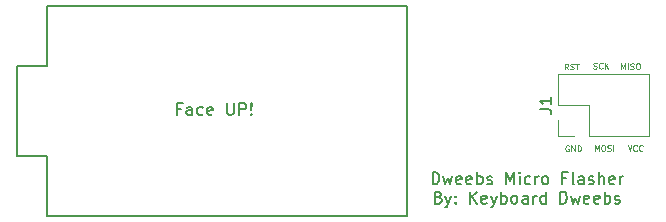
<source format=gbr>
G04 #@! TF.GenerationSoftware,KiCad,Pcbnew,(5.1.4)-1*
G04 #@! TF.CreationDate,2022-03-14T15:20:43-07:00*
G04 #@! TF.ProjectId,Micro-Flasher-ASP,4d696372-6f2d-4466-9c61-736865722d41,rev?*
G04 #@! TF.SameCoordinates,Original*
G04 #@! TF.FileFunction,Legend,Top*
G04 #@! TF.FilePolarity,Positive*
%FSLAX46Y46*%
G04 Gerber Fmt 4.6, Leading zero omitted, Abs format (unit mm)*
G04 Created by KiCad (PCBNEW (5.1.4)-1) date 2022-03-14 15:20:43*
%MOMM*%
%LPD*%
G04 APERTURE LIST*
%ADD10C,0.150000*%
%ADD11C,0.125000*%
%ADD12C,0.120000*%
G04 APERTURE END LIST*
D10*
X131725000Y-69702380D02*
X131725000Y-68702380D01*
X131963095Y-68702380D01*
X132105952Y-68750000D01*
X132201190Y-68845238D01*
X132248809Y-68940476D01*
X132296428Y-69130952D01*
X132296428Y-69273809D01*
X132248809Y-69464285D01*
X132201190Y-69559523D01*
X132105952Y-69654761D01*
X131963095Y-69702380D01*
X131725000Y-69702380D01*
X132629761Y-69035714D02*
X132820238Y-69702380D01*
X133010714Y-69226190D01*
X133201190Y-69702380D01*
X133391666Y-69035714D01*
X134153571Y-69654761D02*
X134058333Y-69702380D01*
X133867857Y-69702380D01*
X133772619Y-69654761D01*
X133725000Y-69559523D01*
X133725000Y-69178571D01*
X133772619Y-69083333D01*
X133867857Y-69035714D01*
X134058333Y-69035714D01*
X134153571Y-69083333D01*
X134201190Y-69178571D01*
X134201190Y-69273809D01*
X133725000Y-69369047D01*
X135010714Y-69654761D02*
X134915476Y-69702380D01*
X134725000Y-69702380D01*
X134629761Y-69654761D01*
X134582142Y-69559523D01*
X134582142Y-69178571D01*
X134629761Y-69083333D01*
X134725000Y-69035714D01*
X134915476Y-69035714D01*
X135010714Y-69083333D01*
X135058333Y-69178571D01*
X135058333Y-69273809D01*
X134582142Y-69369047D01*
X135486904Y-69702380D02*
X135486904Y-68702380D01*
X135486904Y-69083333D02*
X135582142Y-69035714D01*
X135772619Y-69035714D01*
X135867857Y-69083333D01*
X135915476Y-69130952D01*
X135963095Y-69226190D01*
X135963095Y-69511904D01*
X135915476Y-69607142D01*
X135867857Y-69654761D01*
X135772619Y-69702380D01*
X135582142Y-69702380D01*
X135486904Y-69654761D01*
X136344047Y-69654761D02*
X136439285Y-69702380D01*
X136629761Y-69702380D01*
X136725000Y-69654761D01*
X136772619Y-69559523D01*
X136772619Y-69511904D01*
X136725000Y-69416666D01*
X136629761Y-69369047D01*
X136486904Y-69369047D01*
X136391666Y-69321428D01*
X136344047Y-69226190D01*
X136344047Y-69178571D01*
X136391666Y-69083333D01*
X136486904Y-69035714D01*
X136629761Y-69035714D01*
X136725000Y-69083333D01*
X137963095Y-69702380D02*
X137963095Y-68702380D01*
X138296428Y-69416666D01*
X138629761Y-68702380D01*
X138629761Y-69702380D01*
X139105952Y-69702380D02*
X139105952Y-69035714D01*
X139105952Y-68702380D02*
X139058333Y-68750000D01*
X139105952Y-68797619D01*
X139153571Y-68750000D01*
X139105952Y-68702380D01*
X139105952Y-68797619D01*
X140010714Y-69654761D02*
X139915476Y-69702380D01*
X139725000Y-69702380D01*
X139629761Y-69654761D01*
X139582142Y-69607142D01*
X139534523Y-69511904D01*
X139534523Y-69226190D01*
X139582142Y-69130952D01*
X139629761Y-69083333D01*
X139725000Y-69035714D01*
X139915476Y-69035714D01*
X140010714Y-69083333D01*
X140439285Y-69702380D02*
X140439285Y-69035714D01*
X140439285Y-69226190D02*
X140486904Y-69130952D01*
X140534523Y-69083333D01*
X140629761Y-69035714D01*
X140725000Y-69035714D01*
X141201190Y-69702380D02*
X141105952Y-69654761D01*
X141058333Y-69607142D01*
X141010714Y-69511904D01*
X141010714Y-69226190D01*
X141058333Y-69130952D01*
X141105952Y-69083333D01*
X141201190Y-69035714D01*
X141344047Y-69035714D01*
X141439285Y-69083333D01*
X141486904Y-69130952D01*
X141534523Y-69226190D01*
X141534523Y-69511904D01*
X141486904Y-69607142D01*
X141439285Y-69654761D01*
X141344047Y-69702380D01*
X141201190Y-69702380D01*
X143058333Y-69178571D02*
X142725000Y-69178571D01*
X142725000Y-69702380D02*
X142725000Y-68702380D01*
X143201190Y-68702380D01*
X143725000Y-69702380D02*
X143629761Y-69654761D01*
X143582142Y-69559523D01*
X143582142Y-68702380D01*
X144534523Y-69702380D02*
X144534523Y-69178571D01*
X144486904Y-69083333D01*
X144391666Y-69035714D01*
X144201190Y-69035714D01*
X144105952Y-69083333D01*
X144534523Y-69654761D02*
X144439285Y-69702380D01*
X144201190Y-69702380D01*
X144105952Y-69654761D01*
X144058333Y-69559523D01*
X144058333Y-69464285D01*
X144105952Y-69369047D01*
X144201190Y-69321428D01*
X144439285Y-69321428D01*
X144534523Y-69273809D01*
X144963095Y-69654761D02*
X145058333Y-69702380D01*
X145248809Y-69702380D01*
X145344047Y-69654761D01*
X145391666Y-69559523D01*
X145391666Y-69511904D01*
X145344047Y-69416666D01*
X145248809Y-69369047D01*
X145105952Y-69369047D01*
X145010714Y-69321428D01*
X144963095Y-69226190D01*
X144963095Y-69178571D01*
X145010714Y-69083333D01*
X145105952Y-69035714D01*
X145248809Y-69035714D01*
X145344047Y-69083333D01*
X145820238Y-69702380D02*
X145820238Y-68702380D01*
X146248809Y-69702380D02*
X146248809Y-69178571D01*
X146201190Y-69083333D01*
X146105952Y-69035714D01*
X145963095Y-69035714D01*
X145867857Y-69083333D01*
X145820238Y-69130952D01*
X147105952Y-69654761D02*
X147010714Y-69702380D01*
X146820238Y-69702380D01*
X146725000Y-69654761D01*
X146677380Y-69559523D01*
X146677380Y-69178571D01*
X146725000Y-69083333D01*
X146820238Y-69035714D01*
X147010714Y-69035714D01*
X147105952Y-69083333D01*
X147153571Y-69178571D01*
X147153571Y-69273809D01*
X146677380Y-69369047D01*
X147582142Y-69702380D02*
X147582142Y-69035714D01*
X147582142Y-69226190D02*
X147629761Y-69130952D01*
X147677380Y-69083333D01*
X147772619Y-69035714D01*
X147867857Y-69035714D01*
X132248809Y-70828571D02*
X132391666Y-70876190D01*
X132439285Y-70923809D01*
X132486904Y-71019047D01*
X132486904Y-71161904D01*
X132439285Y-71257142D01*
X132391666Y-71304761D01*
X132296428Y-71352380D01*
X131915476Y-71352380D01*
X131915476Y-70352380D01*
X132248809Y-70352380D01*
X132344047Y-70400000D01*
X132391666Y-70447619D01*
X132439285Y-70542857D01*
X132439285Y-70638095D01*
X132391666Y-70733333D01*
X132344047Y-70780952D01*
X132248809Y-70828571D01*
X131915476Y-70828571D01*
X132820238Y-70685714D02*
X133058333Y-71352380D01*
X133296428Y-70685714D02*
X133058333Y-71352380D01*
X132963095Y-71590476D01*
X132915476Y-71638095D01*
X132820238Y-71685714D01*
X133677380Y-71257142D02*
X133725000Y-71304761D01*
X133677380Y-71352380D01*
X133629761Y-71304761D01*
X133677380Y-71257142D01*
X133677380Y-71352380D01*
X133677380Y-70733333D02*
X133725000Y-70780952D01*
X133677380Y-70828571D01*
X133629761Y-70780952D01*
X133677380Y-70733333D01*
X133677380Y-70828571D01*
X134915476Y-71352380D02*
X134915476Y-70352380D01*
X135486904Y-71352380D02*
X135058333Y-70780952D01*
X135486904Y-70352380D02*
X134915476Y-70923809D01*
X136296428Y-71304761D02*
X136201190Y-71352380D01*
X136010714Y-71352380D01*
X135915476Y-71304761D01*
X135867857Y-71209523D01*
X135867857Y-70828571D01*
X135915476Y-70733333D01*
X136010714Y-70685714D01*
X136201190Y-70685714D01*
X136296428Y-70733333D01*
X136344047Y-70828571D01*
X136344047Y-70923809D01*
X135867857Y-71019047D01*
X136677380Y-70685714D02*
X136915476Y-71352380D01*
X137153571Y-70685714D02*
X136915476Y-71352380D01*
X136820238Y-71590476D01*
X136772619Y-71638095D01*
X136677380Y-71685714D01*
X137534523Y-71352380D02*
X137534523Y-70352380D01*
X137534523Y-70733333D02*
X137629761Y-70685714D01*
X137820238Y-70685714D01*
X137915476Y-70733333D01*
X137963095Y-70780952D01*
X138010714Y-70876190D01*
X138010714Y-71161904D01*
X137963095Y-71257142D01*
X137915476Y-71304761D01*
X137820238Y-71352380D01*
X137629761Y-71352380D01*
X137534523Y-71304761D01*
X138582142Y-71352380D02*
X138486904Y-71304761D01*
X138439285Y-71257142D01*
X138391666Y-71161904D01*
X138391666Y-70876190D01*
X138439285Y-70780952D01*
X138486904Y-70733333D01*
X138582142Y-70685714D01*
X138725000Y-70685714D01*
X138820238Y-70733333D01*
X138867857Y-70780952D01*
X138915476Y-70876190D01*
X138915476Y-71161904D01*
X138867857Y-71257142D01*
X138820238Y-71304761D01*
X138725000Y-71352380D01*
X138582142Y-71352380D01*
X139772619Y-71352380D02*
X139772619Y-70828571D01*
X139725000Y-70733333D01*
X139629761Y-70685714D01*
X139439285Y-70685714D01*
X139344047Y-70733333D01*
X139772619Y-71304761D02*
X139677380Y-71352380D01*
X139439285Y-71352380D01*
X139344047Y-71304761D01*
X139296428Y-71209523D01*
X139296428Y-71114285D01*
X139344047Y-71019047D01*
X139439285Y-70971428D01*
X139677380Y-70971428D01*
X139772619Y-70923809D01*
X140248809Y-71352380D02*
X140248809Y-70685714D01*
X140248809Y-70876190D02*
X140296428Y-70780952D01*
X140344047Y-70733333D01*
X140439285Y-70685714D01*
X140534523Y-70685714D01*
X141296428Y-71352380D02*
X141296428Y-70352380D01*
X141296428Y-71304761D02*
X141201190Y-71352380D01*
X141010714Y-71352380D01*
X140915476Y-71304761D01*
X140867857Y-71257142D01*
X140820238Y-71161904D01*
X140820238Y-70876190D01*
X140867857Y-70780952D01*
X140915476Y-70733333D01*
X141010714Y-70685714D01*
X141201190Y-70685714D01*
X141296428Y-70733333D01*
X142534523Y-71352380D02*
X142534523Y-70352380D01*
X142772619Y-70352380D01*
X142915476Y-70400000D01*
X143010714Y-70495238D01*
X143058333Y-70590476D01*
X143105952Y-70780952D01*
X143105952Y-70923809D01*
X143058333Y-71114285D01*
X143010714Y-71209523D01*
X142915476Y-71304761D01*
X142772619Y-71352380D01*
X142534523Y-71352380D01*
X143439285Y-70685714D02*
X143629761Y-71352380D01*
X143820238Y-70876190D01*
X144010714Y-71352380D01*
X144201190Y-70685714D01*
X144963095Y-71304761D02*
X144867857Y-71352380D01*
X144677380Y-71352380D01*
X144582142Y-71304761D01*
X144534523Y-71209523D01*
X144534523Y-70828571D01*
X144582142Y-70733333D01*
X144677380Y-70685714D01*
X144867857Y-70685714D01*
X144963095Y-70733333D01*
X145010714Y-70828571D01*
X145010714Y-70923809D01*
X144534523Y-71019047D01*
X145820238Y-71304761D02*
X145725000Y-71352380D01*
X145534523Y-71352380D01*
X145439285Y-71304761D01*
X145391666Y-71209523D01*
X145391666Y-70828571D01*
X145439285Y-70733333D01*
X145534523Y-70685714D01*
X145725000Y-70685714D01*
X145820238Y-70733333D01*
X145867857Y-70828571D01*
X145867857Y-70923809D01*
X145391666Y-71019047D01*
X146296428Y-71352380D02*
X146296428Y-70352380D01*
X146296428Y-70733333D02*
X146391666Y-70685714D01*
X146582142Y-70685714D01*
X146677380Y-70733333D01*
X146725000Y-70780952D01*
X146772619Y-70876190D01*
X146772619Y-71161904D01*
X146725000Y-71257142D01*
X146677380Y-71304761D01*
X146582142Y-71352380D01*
X146391666Y-71352380D01*
X146296428Y-71304761D01*
X147153571Y-71304761D02*
X147248809Y-71352380D01*
X147439285Y-71352380D01*
X147534523Y-71304761D01*
X147582142Y-71209523D01*
X147582142Y-71161904D01*
X147534523Y-71066666D01*
X147439285Y-71019047D01*
X147296428Y-71019047D01*
X147201190Y-70971428D01*
X147153571Y-70876190D01*
X147153571Y-70828571D01*
X147201190Y-70733333D01*
X147296428Y-70685714D01*
X147439285Y-70685714D01*
X147534523Y-70733333D01*
X110415476Y-63328571D02*
X110082142Y-63328571D01*
X110082142Y-63852380D02*
X110082142Y-62852380D01*
X110558333Y-62852380D01*
X111367857Y-63852380D02*
X111367857Y-63328571D01*
X111320238Y-63233333D01*
X111225000Y-63185714D01*
X111034523Y-63185714D01*
X110939285Y-63233333D01*
X111367857Y-63804761D02*
X111272619Y-63852380D01*
X111034523Y-63852380D01*
X110939285Y-63804761D01*
X110891666Y-63709523D01*
X110891666Y-63614285D01*
X110939285Y-63519047D01*
X111034523Y-63471428D01*
X111272619Y-63471428D01*
X111367857Y-63423809D01*
X112272619Y-63804761D02*
X112177380Y-63852380D01*
X111986904Y-63852380D01*
X111891666Y-63804761D01*
X111844047Y-63757142D01*
X111796428Y-63661904D01*
X111796428Y-63376190D01*
X111844047Y-63280952D01*
X111891666Y-63233333D01*
X111986904Y-63185714D01*
X112177380Y-63185714D01*
X112272619Y-63233333D01*
X113082142Y-63804761D02*
X112986904Y-63852380D01*
X112796428Y-63852380D01*
X112701190Y-63804761D01*
X112653571Y-63709523D01*
X112653571Y-63328571D01*
X112701190Y-63233333D01*
X112796428Y-63185714D01*
X112986904Y-63185714D01*
X113082142Y-63233333D01*
X113129761Y-63328571D01*
X113129761Y-63423809D01*
X112653571Y-63519047D01*
X114320238Y-62852380D02*
X114320238Y-63661904D01*
X114367857Y-63757142D01*
X114415476Y-63804761D01*
X114510714Y-63852380D01*
X114701190Y-63852380D01*
X114796428Y-63804761D01*
X114844047Y-63757142D01*
X114891666Y-63661904D01*
X114891666Y-62852380D01*
X115367857Y-63852380D02*
X115367857Y-62852380D01*
X115748809Y-62852380D01*
X115844047Y-62900000D01*
X115891666Y-62947619D01*
X115939285Y-63042857D01*
X115939285Y-63185714D01*
X115891666Y-63280952D01*
X115844047Y-63328571D01*
X115748809Y-63376190D01*
X115367857Y-63376190D01*
X116367857Y-63757142D02*
X116415476Y-63804761D01*
X116367857Y-63852380D01*
X116320238Y-63804761D01*
X116367857Y-63757142D01*
X116367857Y-63852380D01*
X116367857Y-63471428D02*
X116320238Y-62900000D01*
X116367857Y-62852380D01*
X116415476Y-62900000D01*
X116367857Y-63471428D01*
X116367857Y-62852380D01*
D11*
X145464285Y-66901190D02*
X145464285Y-66401190D01*
X145630952Y-66758333D01*
X145797619Y-66401190D01*
X145797619Y-66901190D01*
X146130952Y-66401190D02*
X146226190Y-66401190D01*
X146273809Y-66425000D01*
X146321428Y-66472619D01*
X146345238Y-66567857D01*
X146345238Y-66734523D01*
X146321428Y-66829761D01*
X146273809Y-66877380D01*
X146226190Y-66901190D01*
X146130952Y-66901190D01*
X146083333Y-66877380D01*
X146035714Y-66829761D01*
X146011904Y-66734523D01*
X146011904Y-66567857D01*
X146035714Y-66472619D01*
X146083333Y-66425000D01*
X146130952Y-66401190D01*
X146535714Y-66877380D02*
X146607142Y-66901190D01*
X146726190Y-66901190D01*
X146773809Y-66877380D01*
X146797619Y-66853571D01*
X146821428Y-66805952D01*
X146821428Y-66758333D01*
X146797619Y-66710714D01*
X146773809Y-66686904D01*
X146726190Y-66663095D01*
X146630952Y-66639285D01*
X146583333Y-66615476D01*
X146559523Y-66591666D01*
X146535714Y-66544047D01*
X146535714Y-66496428D01*
X146559523Y-66448809D01*
X146583333Y-66425000D01*
X146630952Y-66401190D01*
X146750000Y-66401190D01*
X146821428Y-66425000D01*
X147035714Y-66901190D02*
X147035714Y-66401190D01*
X143244047Y-66450000D02*
X143196428Y-66426190D01*
X143125000Y-66426190D01*
X143053571Y-66450000D01*
X143005952Y-66497619D01*
X142982142Y-66545238D01*
X142958333Y-66640476D01*
X142958333Y-66711904D01*
X142982142Y-66807142D01*
X143005952Y-66854761D01*
X143053571Y-66902380D01*
X143125000Y-66926190D01*
X143172619Y-66926190D01*
X143244047Y-66902380D01*
X143267857Y-66878571D01*
X143267857Y-66711904D01*
X143172619Y-66711904D01*
X143482142Y-66926190D02*
X143482142Y-66426190D01*
X143767857Y-66926190D01*
X143767857Y-66426190D01*
X144005952Y-66926190D02*
X144005952Y-66426190D01*
X144125000Y-66426190D01*
X144196428Y-66450000D01*
X144244047Y-66497619D01*
X144267857Y-66545238D01*
X144291666Y-66640476D01*
X144291666Y-66711904D01*
X144267857Y-66807142D01*
X144244047Y-66854761D01*
X144196428Y-66902380D01*
X144125000Y-66926190D01*
X144005952Y-66926190D01*
X147689285Y-59976190D02*
X147689285Y-59476190D01*
X147855952Y-59833333D01*
X148022619Y-59476190D01*
X148022619Y-59976190D01*
X148260714Y-59976190D02*
X148260714Y-59476190D01*
X148475000Y-59952380D02*
X148546428Y-59976190D01*
X148665476Y-59976190D01*
X148713095Y-59952380D01*
X148736904Y-59928571D01*
X148760714Y-59880952D01*
X148760714Y-59833333D01*
X148736904Y-59785714D01*
X148713095Y-59761904D01*
X148665476Y-59738095D01*
X148570238Y-59714285D01*
X148522619Y-59690476D01*
X148498809Y-59666666D01*
X148475000Y-59619047D01*
X148475000Y-59571428D01*
X148498809Y-59523809D01*
X148522619Y-59500000D01*
X148570238Y-59476190D01*
X148689285Y-59476190D01*
X148760714Y-59500000D01*
X149070238Y-59476190D02*
X149165476Y-59476190D01*
X149213095Y-59500000D01*
X149260714Y-59547619D01*
X149284523Y-59642857D01*
X149284523Y-59809523D01*
X149260714Y-59904761D01*
X149213095Y-59952380D01*
X149165476Y-59976190D01*
X149070238Y-59976190D01*
X149022619Y-59952380D01*
X148975000Y-59904761D01*
X148951190Y-59809523D01*
X148951190Y-59642857D01*
X148975000Y-59547619D01*
X149022619Y-59500000D01*
X149070238Y-59476190D01*
X145332142Y-59902380D02*
X145403571Y-59926190D01*
X145522619Y-59926190D01*
X145570238Y-59902380D01*
X145594047Y-59878571D01*
X145617857Y-59830952D01*
X145617857Y-59783333D01*
X145594047Y-59735714D01*
X145570238Y-59711904D01*
X145522619Y-59688095D01*
X145427380Y-59664285D01*
X145379761Y-59640476D01*
X145355952Y-59616666D01*
X145332142Y-59569047D01*
X145332142Y-59521428D01*
X145355952Y-59473809D01*
X145379761Y-59450000D01*
X145427380Y-59426190D01*
X145546428Y-59426190D01*
X145617857Y-59450000D01*
X146117857Y-59878571D02*
X146094047Y-59902380D01*
X146022619Y-59926190D01*
X145975000Y-59926190D01*
X145903571Y-59902380D01*
X145855952Y-59854761D01*
X145832142Y-59807142D01*
X145808333Y-59711904D01*
X145808333Y-59640476D01*
X145832142Y-59545238D01*
X145855952Y-59497619D01*
X145903571Y-59450000D01*
X145975000Y-59426190D01*
X146022619Y-59426190D01*
X146094047Y-59450000D01*
X146117857Y-59473809D01*
X146332142Y-59926190D02*
X146332142Y-59426190D01*
X146617857Y-59926190D02*
X146403571Y-59640476D01*
X146617857Y-59426190D02*
X146332142Y-59711904D01*
X148233333Y-66401190D02*
X148400000Y-66901190D01*
X148566666Y-66401190D01*
X149019047Y-66853571D02*
X148995238Y-66877380D01*
X148923809Y-66901190D01*
X148876190Y-66901190D01*
X148804761Y-66877380D01*
X148757142Y-66829761D01*
X148733333Y-66782142D01*
X148709523Y-66686904D01*
X148709523Y-66615476D01*
X148733333Y-66520238D01*
X148757142Y-66472619D01*
X148804761Y-66425000D01*
X148876190Y-66401190D01*
X148923809Y-66401190D01*
X148995238Y-66425000D01*
X149019047Y-66448809D01*
X149519047Y-66853571D02*
X149495238Y-66877380D01*
X149423809Y-66901190D01*
X149376190Y-66901190D01*
X149304761Y-66877380D01*
X149257142Y-66829761D01*
X149233333Y-66782142D01*
X149209523Y-66686904D01*
X149209523Y-66615476D01*
X149233333Y-66520238D01*
X149257142Y-66472619D01*
X149304761Y-66425000D01*
X149376190Y-66401190D01*
X149423809Y-66401190D01*
X149495238Y-66425000D01*
X149519047Y-66448809D01*
X143201190Y-60001190D02*
X143034523Y-59763095D01*
X142915476Y-60001190D02*
X142915476Y-59501190D01*
X143105952Y-59501190D01*
X143153571Y-59525000D01*
X143177380Y-59548809D01*
X143201190Y-59596428D01*
X143201190Y-59667857D01*
X143177380Y-59715476D01*
X143153571Y-59739285D01*
X143105952Y-59763095D01*
X142915476Y-59763095D01*
X143391666Y-59977380D02*
X143463095Y-60001190D01*
X143582142Y-60001190D01*
X143629761Y-59977380D01*
X143653571Y-59953571D01*
X143677380Y-59905952D01*
X143677380Y-59858333D01*
X143653571Y-59810714D01*
X143629761Y-59786904D01*
X143582142Y-59763095D01*
X143486904Y-59739285D01*
X143439285Y-59715476D01*
X143415476Y-59691666D01*
X143391666Y-59644047D01*
X143391666Y-59596428D01*
X143415476Y-59548809D01*
X143439285Y-59525000D01*
X143486904Y-59501190D01*
X143605952Y-59501190D01*
X143677380Y-59525000D01*
X143820238Y-59501190D02*
X144105952Y-59501190D01*
X143963095Y-60001190D02*
X143963095Y-59501190D01*
D12*
X142338750Y-65623750D02*
X142338750Y-64293750D01*
X143668750Y-65623750D02*
X142338750Y-65623750D01*
X142338750Y-63023750D02*
X142338750Y-60423750D01*
X144938750Y-63023750D02*
X142338750Y-63023750D01*
X144938750Y-65623750D02*
X144938750Y-63023750D01*
X142338750Y-60423750D02*
X150078750Y-60423750D01*
X144938750Y-65623750D02*
X150078750Y-65623750D01*
X150078750Y-65623750D02*
X150078750Y-60423750D01*
D10*
X129540000Y-54610000D02*
X129540000Y-72390000D01*
X99060000Y-54610000D02*
X129540000Y-54610000D01*
X99060000Y-59690000D02*
X99060000Y-54610000D01*
X96520000Y-59690000D02*
X99060000Y-59690000D01*
X96520000Y-67310000D02*
X96520000Y-59690000D01*
X99060000Y-67310000D02*
X96520000Y-67310000D01*
X99060000Y-72390000D02*
X99060000Y-67310000D01*
X99060000Y-72390000D02*
X129540000Y-72390000D01*
X140791130Y-63357083D02*
X141505416Y-63357083D01*
X141648273Y-63404702D01*
X141743511Y-63499940D01*
X141791130Y-63642797D01*
X141791130Y-63738035D01*
X141791130Y-62357083D02*
X141791130Y-62928511D01*
X141791130Y-62642797D02*
X140791130Y-62642797D01*
X140933988Y-62738035D01*
X141029226Y-62833273D01*
X141076845Y-62928511D01*
M02*

</source>
